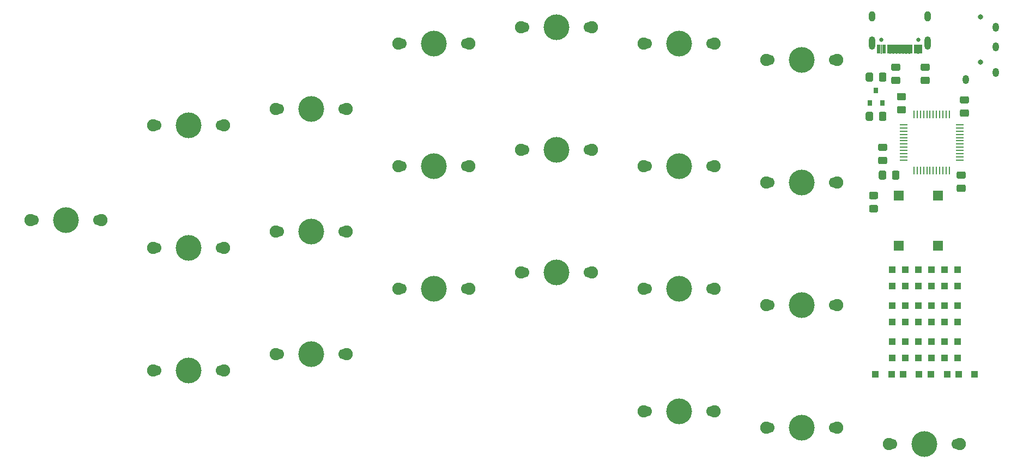
<source format=gts>
G04 #@! TF.GenerationSoftware,KiCad,Pcbnew,5.1.10*
G04 #@! TF.CreationDate,2021-06-22T11:56:40+03:00*
G04 #@! TF.ProjectId,left,6c656674-2e6b-4696-9361-645f70636258,rev?*
G04 #@! TF.SameCoordinates,Original*
G04 #@! TF.FileFunction,Soldermask,Top*
G04 #@! TF.FilePolarity,Negative*
%FSLAX46Y46*%
G04 Gerber Fmt 4.6, Leading zero omitted, Abs format (unit mm)*
G04 Created by KiCad (PCBNEW 5.1.10) date 2021-06-22 11:56:40*
%MOMM*%
%LPD*%
G01*
G04 APERTURE LIST*
%ADD10C,4.000000*%
%ADD11C,1.900000*%
%ADD12C,1.700000*%
%ADD13C,0.800000*%
%ADD14O,1.000000X1.400000*%
%ADD15R,1.500000X1.500000*%
%ADD16R,1.000000X1.000000*%
%ADD17R,1.300000X0.250000*%
%ADD18R,0.250000X1.300000*%
%ADD19R,0.800000X0.900000*%
%ADD20R,0.600000X1.450000*%
%ADD21R,0.300000X1.450000*%
%ADD22O,1.000000X2.100000*%
%ADD23C,0.650000*%
%ADD24O,1.000000X1.600000*%
%ADD25C,0.100000*%
G04 APERTURE END LIST*
D10*
X114300000Y-66675000D03*
D11*
X108800000Y-66675000D03*
X119800000Y-66675000D03*
D12*
X119380000Y-66675000D03*
X109220000Y-66675000D03*
D10*
X228600000Y-116205000D03*
D11*
X223100000Y-116205000D03*
X234100000Y-116205000D03*
D12*
X233680000Y-116205000D03*
X223520000Y-116205000D03*
X109220000Y-85725000D03*
X119380000Y-85725000D03*
D11*
X119800000Y-85725000D03*
X108800000Y-85725000D03*
D10*
X114300000Y-85725000D03*
X114300000Y-104775000D03*
D11*
X108800000Y-104775000D03*
X119800000Y-104775000D03*
D12*
X119380000Y-104775000D03*
X109220000Y-104775000D03*
X147320000Y-53975000D03*
X157480000Y-53975000D03*
D11*
X157900000Y-53975000D03*
X146900000Y-53975000D03*
D10*
X152400000Y-53975000D03*
X209550000Y-75565000D03*
D11*
X204050000Y-75565000D03*
X215050000Y-75565000D03*
D12*
X214630000Y-75565000D03*
X204470000Y-75565000D03*
X147320000Y-73025000D03*
X157480000Y-73025000D03*
D11*
X157900000Y-73025000D03*
X146900000Y-73025000D03*
D10*
X152400000Y-73025000D03*
X152400000Y-92075000D03*
D11*
X146900000Y-92075000D03*
X157900000Y-92075000D03*
D12*
X157480000Y-92075000D03*
X147320000Y-92075000D03*
X90170000Y-81407000D03*
X100330000Y-81407000D03*
D11*
X100750000Y-81407000D03*
X89750000Y-81407000D03*
D10*
X95250000Y-81407000D03*
X209550000Y-56515000D03*
D11*
X204050000Y-56515000D03*
X215050000Y-56515000D03*
D12*
X214630000Y-56515000D03*
X204470000Y-56515000D03*
X204470000Y-94615000D03*
X214630000Y-94615000D03*
D11*
X215050000Y-94615000D03*
X204050000Y-94615000D03*
D10*
X209550000Y-94615000D03*
X133350000Y-64135000D03*
D11*
X127850000Y-64135000D03*
X138850000Y-64135000D03*
D12*
X138430000Y-64135000D03*
X128270000Y-64135000D03*
X128270000Y-83185000D03*
X138430000Y-83185000D03*
D11*
X138850000Y-83185000D03*
X127850000Y-83185000D03*
D10*
X133350000Y-83185000D03*
X133350000Y-102235000D03*
D11*
X127850000Y-102235000D03*
X138850000Y-102235000D03*
D12*
X138430000Y-102235000D03*
X128270000Y-102235000D03*
X166370000Y-51435000D03*
X176530000Y-51435000D03*
D11*
X176950000Y-51435000D03*
X165950000Y-51435000D03*
D10*
X171450000Y-51435000D03*
X171450000Y-70485000D03*
D11*
X165950000Y-70485000D03*
X176950000Y-70485000D03*
D12*
X176530000Y-70485000D03*
X166370000Y-70485000D03*
X166370000Y-89535000D03*
X176530000Y-89535000D03*
D11*
X176950000Y-89535000D03*
X165950000Y-89535000D03*
D10*
X171450000Y-89535000D03*
X190500000Y-53975000D03*
D11*
X185000000Y-53975000D03*
X196000000Y-53975000D03*
D12*
X195580000Y-53975000D03*
X185420000Y-53975000D03*
X185420000Y-73025000D03*
X195580000Y-73025000D03*
D11*
X196000000Y-73025000D03*
X185000000Y-73025000D03*
D10*
X190500000Y-73025000D03*
X190500000Y-92075000D03*
D11*
X185000000Y-92075000D03*
X196000000Y-92075000D03*
D12*
X195580000Y-92075000D03*
X185420000Y-92075000D03*
X204470000Y-113665000D03*
X214630000Y-113665000D03*
D11*
X215050000Y-113665000D03*
X204050000Y-113665000D03*
D10*
X209550000Y-113665000D03*
X190500000Y-111125000D03*
D11*
X185000000Y-111125000D03*
X196000000Y-111125000D03*
D12*
X195580000Y-111125000D03*
X185420000Y-111125000D03*
D13*
X237363000Y-56860000D03*
X237363000Y-49860000D03*
D14*
X239663000Y-51460000D03*
X239663000Y-54460000D03*
X239663000Y-58460000D03*
X235063000Y-59560000D03*
D15*
X230759000Y-77634000D03*
X230759000Y-85434000D03*
X224663000Y-77634000D03*
X224663000Y-85434000D03*
G36*
G01*
X221557000Y-59632001D02*
X221557000Y-58731999D01*
G75*
G02*
X221806999Y-58482000I249999J0D01*
G01*
X222457001Y-58482000D01*
G75*
G02*
X222707000Y-58731999I0J-249999D01*
G01*
X222707000Y-59632001D01*
G75*
G02*
X222457001Y-59882000I-249999J0D01*
G01*
X221806999Y-59882000D01*
G75*
G02*
X221557000Y-59632001I0J249999D01*
G01*
G37*
G36*
G01*
X219507000Y-59632001D02*
X219507000Y-58731999D01*
G75*
G02*
X219756999Y-58482000I249999J0D01*
G01*
X220407001Y-58482000D01*
G75*
G02*
X220657000Y-58731999I0J-249999D01*
G01*
X220657000Y-59632001D01*
G75*
G02*
X220407001Y-59882000I-249999J0D01*
G01*
X219756999Y-59882000D01*
G75*
G02*
X219507000Y-59632001I0J249999D01*
G01*
G37*
G36*
G01*
X224593999Y-63696000D02*
X225494001Y-63696000D01*
G75*
G02*
X225744000Y-63945999I0J-249999D01*
G01*
X225744000Y-64596001D01*
G75*
G02*
X225494001Y-64846000I-249999J0D01*
G01*
X224593999Y-64846000D01*
G75*
G02*
X224344000Y-64596001I0J249999D01*
G01*
X224344000Y-63945999D01*
G75*
G02*
X224593999Y-63696000I249999J0D01*
G01*
G37*
G36*
G01*
X224593999Y-61646000D02*
X225494001Y-61646000D01*
G75*
G02*
X225744000Y-61895999I0J-249999D01*
G01*
X225744000Y-62546001D01*
G75*
G02*
X225494001Y-62796000I-249999J0D01*
G01*
X224593999Y-62796000D01*
G75*
G02*
X224344000Y-62546001I0J249999D01*
G01*
X224344000Y-61895999D01*
G75*
G02*
X224593999Y-61646000I249999J0D01*
G01*
G37*
G36*
G01*
X221672999Y-71570000D02*
X222573001Y-71570000D01*
G75*
G02*
X222823000Y-71819999I0J-249999D01*
G01*
X222823000Y-72470001D01*
G75*
G02*
X222573001Y-72720000I-249999J0D01*
G01*
X221672999Y-72720000D01*
G75*
G02*
X221423000Y-72470001I0J249999D01*
G01*
X221423000Y-71819999D01*
G75*
G02*
X221672999Y-71570000I249999J0D01*
G01*
G37*
G36*
G01*
X221672999Y-69520000D02*
X222573001Y-69520000D01*
G75*
G02*
X222823000Y-69769999I0J-249999D01*
G01*
X222823000Y-70420001D01*
G75*
G02*
X222573001Y-70670000I-249999J0D01*
G01*
X221672999Y-70670000D01*
G75*
G02*
X221423000Y-70420001I0J249999D01*
G01*
X221423000Y-69769999D01*
G75*
G02*
X221672999Y-69520000I249999J0D01*
G01*
G37*
G36*
G01*
X234765001Y-74988000D02*
X233864999Y-74988000D01*
G75*
G02*
X233615000Y-74738001I0J249999D01*
G01*
X233615000Y-74087999D01*
G75*
G02*
X233864999Y-73838000I249999J0D01*
G01*
X234765001Y-73838000D01*
G75*
G02*
X235015000Y-74087999I0J-249999D01*
G01*
X235015000Y-74738001D01*
G75*
G02*
X234765001Y-74988000I-249999J0D01*
G01*
G37*
G36*
G01*
X234765001Y-77038000D02*
X233864999Y-77038000D01*
G75*
G02*
X233615000Y-76788001I0J249999D01*
G01*
X233615000Y-76137999D01*
G75*
G02*
X233864999Y-75888000I249999J0D01*
G01*
X234765001Y-75888000D01*
G75*
G02*
X235015000Y-76137999I0J-249999D01*
G01*
X235015000Y-76788001D01*
G75*
G02*
X234765001Y-77038000I-249999J0D01*
G01*
G37*
G36*
G01*
X221557000Y-65728001D02*
X221557000Y-64827999D01*
G75*
G02*
X221806999Y-64578000I249999J0D01*
G01*
X222457001Y-64578000D01*
G75*
G02*
X222707000Y-64827999I0J-249999D01*
G01*
X222707000Y-65728001D01*
G75*
G02*
X222457001Y-65978000I-249999J0D01*
G01*
X221806999Y-65978000D01*
G75*
G02*
X221557000Y-65728001I0J249999D01*
G01*
G37*
G36*
G01*
X219507000Y-65728001D02*
X219507000Y-64827999D01*
G75*
G02*
X219756999Y-64578000I249999J0D01*
G01*
X220407001Y-64578000D01*
G75*
G02*
X220657000Y-64827999I0J-249999D01*
G01*
X220657000Y-65728001D01*
G75*
G02*
X220407001Y-65978000I-249999J0D01*
G01*
X219756999Y-65978000D01*
G75*
G02*
X219507000Y-65728001I0J249999D01*
G01*
G37*
G36*
G01*
X221176001Y-78163000D02*
X220275999Y-78163000D01*
G75*
G02*
X220026000Y-77913001I0J249999D01*
G01*
X220026000Y-77262999D01*
G75*
G02*
X220275999Y-77013000I249999J0D01*
G01*
X221176001Y-77013000D01*
G75*
G02*
X221426000Y-77262999I0J-249999D01*
G01*
X221426000Y-77913001D01*
G75*
G02*
X221176001Y-78163000I-249999J0D01*
G01*
G37*
G36*
G01*
X221176001Y-80213000D02*
X220275999Y-80213000D01*
G75*
G02*
X220026000Y-79963001I0J249999D01*
G01*
X220026000Y-79312999D01*
G75*
G02*
X220275999Y-79063000I249999J0D01*
G01*
X221176001Y-79063000D01*
G75*
G02*
X221426000Y-79312999I0J-249999D01*
G01*
X221426000Y-79963001D01*
G75*
G02*
X221176001Y-80213000I-249999J0D01*
G01*
G37*
G36*
G01*
X235273001Y-63304000D02*
X234372999Y-63304000D01*
G75*
G02*
X234123000Y-63054001I0J249999D01*
G01*
X234123000Y-62403999D01*
G75*
G02*
X234372999Y-62154000I249999J0D01*
G01*
X235273001Y-62154000D01*
G75*
G02*
X235523000Y-62403999I0J-249999D01*
G01*
X235523000Y-63054001D01*
G75*
G02*
X235273001Y-63304000I-249999J0D01*
G01*
G37*
G36*
G01*
X235273001Y-65354000D02*
X234372999Y-65354000D01*
G75*
G02*
X234123000Y-65104001I0J249999D01*
G01*
X234123000Y-64453999D01*
G75*
G02*
X234372999Y-64204000I249999J0D01*
G01*
X235273001Y-64204000D01*
G75*
G02*
X235523000Y-64453999I0J-249999D01*
G01*
X235523000Y-65104001D01*
G75*
G02*
X235273001Y-65354000I-249999J0D01*
G01*
G37*
D16*
X233759440Y-102794927D03*
X233759440Y-100294927D03*
X233759440Y-91618927D03*
X233759440Y-89118927D03*
X221020000Y-105410000D03*
X223520000Y-105410000D03*
X227663440Y-102794927D03*
X227663440Y-100294927D03*
X227663440Y-97206927D03*
X227663440Y-94706927D03*
X227663440Y-91618927D03*
X227663440Y-89118927D03*
X223599440Y-102794927D03*
X223599440Y-100294927D03*
X223599440Y-97206927D03*
X223599440Y-94706927D03*
X223599440Y-91618927D03*
X223599440Y-89118927D03*
X229656000Y-105410000D03*
X232156000Y-105410000D03*
X233759440Y-97206927D03*
X233759440Y-94706927D03*
X231727440Y-102794927D03*
X231727440Y-100294927D03*
X231727440Y-97206927D03*
X231727440Y-94706927D03*
X231727440Y-91618927D03*
X231727440Y-89118927D03*
X225298000Y-105410000D03*
X227798000Y-105410000D03*
X229695440Y-102794927D03*
X229695440Y-100294927D03*
X229695440Y-97206927D03*
X229695440Y-94706927D03*
X229695440Y-91618927D03*
X229695440Y-89118927D03*
X225631440Y-102794927D03*
X225631440Y-100294927D03*
X225631440Y-97206927D03*
X225631440Y-94706927D03*
X225631440Y-91618927D03*
X225631440Y-89118927D03*
X233934000Y-105410000D03*
X236434000Y-105410000D03*
D17*
X225393000Y-72092000D03*
X225393000Y-71592000D03*
X225393000Y-71092000D03*
X225393000Y-70592000D03*
X225393000Y-70092000D03*
X225393000Y-69592000D03*
X225393000Y-69092000D03*
X225393000Y-68592000D03*
X225393000Y-68092000D03*
X225393000Y-67592000D03*
X225393000Y-67092000D03*
X225393000Y-66592000D03*
D18*
X226993000Y-64992000D03*
X227493000Y-64992000D03*
X227993000Y-64992000D03*
X228493000Y-64992000D03*
X228993000Y-64992000D03*
X229493000Y-64992000D03*
X229993000Y-64992000D03*
X230493000Y-64992000D03*
X230993000Y-64992000D03*
X231493000Y-64992000D03*
X231993000Y-64992000D03*
X232493000Y-64992000D03*
D17*
X234093000Y-66592000D03*
X234093000Y-67092000D03*
X234093000Y-67592000D03*
X234093000Y-68092000D03*
X234093000Y-68592000D03*
X234093000Y-69092000D03*
X234093000Y-69592000D03*
X234093000Y-70092000D03*
X234093000Y-70592000D03*
X234093000Y-71092000D03*
X234093000Y-71592000D03*
X234093000Y-72092000D03*
D18*
X232493000Y-73692000D03*
X231993000Y-73692000D03*
X231493000Y-73692000D03*
X230993000Y-73692000D03*
X230493000Y-73692000D03*
X229993000Y-73692000D03*
X229493000Y-73692000D03*
X228993000Y-73692000D03*
X228493000Y-73692000D03*
X227993000Y-73692000D03*
X227493000Y-73692000D03*
X226993000Y-73692000D03*
D19*
X221107000Y-61230000D03*
X222057000Y-63230000D03*
X220157000Y-63230000D03*
G36*
G01*
X222680000Y-73971999D02*
X222680000Y-74872001D01*
G75*
G02*
X222430001Y-75122000I-249999J0D01*
G01*
X221779999Y-75122000D01*
G75*
G02*
X221530000Y-74872001I0J249999D01*
G01*
X221530000Y-73971999D01*
G75*
G02*
X221779999Y-73722000I249999J0D01*
G01*
X222430001Y-73722000D01*
G75*
G02*
X222680000Y-73971999I0J-249999D01*
G01*
G37*
G36*
G01*
X224730000Y-73971999D02*
X224730000Y-74872001D01*
G75*
G02*
X224480001Y-75122000I-249999J0D01*
G01*
X223829999Y-75122000D01*
G75*
G02*
X223580000Y-74872001I0J249999D01*
G01*
X223580000Y-73971999D01*
G75*
G02*
X223829999Y-73722000I249999J0D01*
G01*
X224480001Y-73722000D01*
G75*
G02*
X224730000Y-73971999I0J-249999D01*
G01*
G37*
G36*
G01*
X223704999Y-59124000D02*
X224605001Y-59124000D01*
G75*
G02*
X224855000Y-59373999I0J-249999D01*
G01*
X224855000Y-60024001D01*
G75*
G02*
X224605001Y-60274000I-249999J0D01*
G01*
X223704999Y-60274000D01*
G75*
G02*
X223455000Y-60024001I0J249999D01*
G01*
X223455000Y-59373999D01*
G75*
G02*
X223704999Y-59124000I249999J0D01*
G01*
G37*
G36*
G01*
X223704999Y-57074000D02*
X224605001Y-57074000D01*
G75*
G02*
X224855000Y-57323999I0J-249999D01*
G01*
X224855000Y-57974001D01*
G75*
G02*
X224605001Y-58224000I-249999J0D01*
G01*
X223704999Y-58224000D01*
G75*
G02*
X223455000Y-57974001I0J249999D01*
G01*
X223455000Y-57323999D01*
G75*
G02*
X223704999Y-57074000I249999J0D01*
G01*
G37*
G36*
G01*
X228276999Y-59124000D02*
X229177001Y-59124000D01*
G75*
G02*
X229427000Y-59373999I0J-249999D01*
G01*
X229427000Y-60024001D01*
G75*
G02*
X229177001Y-60274000I-249999J0D01*
G01*
X228276999Y-60274000D01*
G75*
G02*
X228027000Y-60024001I0J249999D01*
G01*
X228027000Y-59373999D01*
G75*
G02*
X228276999Y-59124000I249999J0D01*
G01*
G37*
G36*
G01*
X228276999Y-57074000D02*
X229177001Y-57074000D01*
G75*
G02*
X229427000Y-57323999I0J-249999D01*
G01*
X229427000Y-57974001D01*
G75*
G02*
X229177001Y-58224000I-249999J0D01*
G01*
X228276999Y-58224000D01*
G75*
G02*
X228027000Y-57974001I0J249999D01*
G01*
X228027000Y-57323999D01*
G75*
G02*
X228276999Y-57074000I249999J0D01*
G01*
G37*
D20*
X221540000Y-54845000D03*
X222340000Y-54845000D03*
X227240000Y-54845000D03*
X228040000Y-54845000D03*
X228040000Y-54845000D03*
X227240000Y-54845000D03*
X222340000Y-54845000D03*
X221540000Y-54845000D03*
D21*
X226540000Y-54845000D03*
X226040000Y-54845000D03*
X225540000Y-54845000D03*
X224540000Y-54845000D03*
X224040000Y-54845000D03*
X223540000Y-54845000D03*
X223040000Y-54845000D03*
X225040000Y-54845000D03*
D22*
X220470000Y-53930000D03*
X229110000Y-53930000D03*
D23*
X227680000Y-53400000D03*
D24*
X229110000Y-49750000D03*
D23*
X221900000Y-53400000D03*
D24*
X220470000Y-49750000D03*
D25*
G36*
X223391732Y-54119000D02*
G01*
X223392000Y-54120000D01*
X223392000Y-55570000D01*
X223391000Y-55571732D01*
X223390000Y-55572000D01*
X223190000Y-55572000D01*
X223188268Y-55571000D01*
X223188000Y-55570000D01*
X223188000Y-54120000D01*
X223189000Y-54118268D01*
X223190000Y-54118000D01*
X223390000Y-54118000D01*
X223391732Y-54119000D01*
G37*
G36*
X227741732Y-54119000D02*
G01*
X227742000Y-54120000D01*
X227742000Y-55570000D01*
X227741000Y-55571732D01*
X227740000Y-55572000D01*
X227540000Y-55572000D01*
X227538268Y-55571000D01*
X227538000Y-55570000D01*
X227538000Y-54120000D01*
X227539000Y-54118268D01*
X227540000Y-54118000D01*
X227740000Y-54118000D01*
X227741732Y-54119000D01*
G37*
G36*
X226391732Y-54119000D02*
G01*
X226392000Y-54120000D01*
X226392000Y-55570000D01*
X226391000Y-55571732D01*
X226390000Y-55572000D01*
X226190000Y-55572000D01*
X226188268Y-55571000D01*
X226188000Y-55570000D01*
X226188000Y-54120000D01*
X226189000Y-54118268D01*
X226190000Y-54118000D01*
X226390000Y-54118000D01*
X226391732Y-54119000D01*
G37*
G36*
X222041732Y-54119000D02*
G01*
X222042000Y-54120000D01*
X222042000Y-55570000D01*
X222041000Y-55571732D01*
X222040000Y-55572000D01*
X221840000Y-55572000D01*
X221838268Y-55571000D01*
X221838000Y-55570000D01*
X221838000Y-54120000D01*
X221839000Y-54118268D01*
X221840000Y-54118000D01*
X222040000Y-54118000D01*
X222041732Y-54119000D01*
G37*
G36*
X225891732Y-54119000D02*
G01*
X225892000Y-54120000D01*
X225892000Y-55570000D01*
X225891000Y-55571732D01*
X225890000Y-55572000D01*
X225690000Y-55572000D01*
X225688268Y-55571000D01*
X225688000Y-55570000D01*
X225688000Y-54120000D01*
X225689000Y-54118268D01*
X225690000Y-54118000D01*
X225890000Y-54118000D01*
X225891732Y-54119000D01*
G37*
G36*
X224891732Y-54119000D02*
G01*
X224892000Y-54120000D01*
X224892000Y-55570000D01*
X224891000Y-55571732D01*
X224890000Y-55572000D01*
X224690000Y-55572000D01*
X224688268Y-55571000D01*
X224688000Y-55570000D01*
X224688000Y-54120000D01*
X224689000Y-54118268D01*
X224690000Y-54118000D01*
X224890000Y-54118000D01*
X224891732Y-54119000D01*
G37*
G36*
X224391732Y-54119000D02*
G01*
X224392000Y-54120000D01*
X224392000Y-55570000D01*
X224391000Y-55571732D01*
X224390000Y-55572000D01*
X224190000Y-55572000D01*
X224188268Y-55571000D01*
X224188000Y-55570000D01*
X224188000Y-54120000D01*
X224189000Y-54118268D01*
X224190000Y-54118000D01*
X224390000Y-54118000D01*
X224391732Y-54119000D01*
G37*
G36*
X223891732Y-54119000D02*
G01*
X223892000Y-54120000D01*
X223892000Y-55570000D01*
X223891000Y-55571732D01*
X223890000Y-55572000D01*
X223690000Y-55572000D01*
X223688268Y-55571000D01*
X223688000Y-55570000D01*
X223688000Y-54120000D01*
X223689000Y-54118268D01*
X223690000Y-54118000D01*
X223890000Y-54118000D01*
X223891732Y-54119000D01*
G37*
G36*
X225391732Y-54119000D02*
G01*
X225392000Y-54120000D01*
X225392000Y-55570000D01*
X225391000Y-55571732D01*
X225390000Y-55572000D01*
X225190000Y-55572000D01*
X225188268Y-55571000D01*
X225188000Y-55570000D01*
X225188000Y-54120000D01*
X225189000Y-54118268D01*
X225190000Y-54118000D01*
X225390000Y-54118000D01*
X225391732Y-54119000D01*
G37*
M02*

</source>
